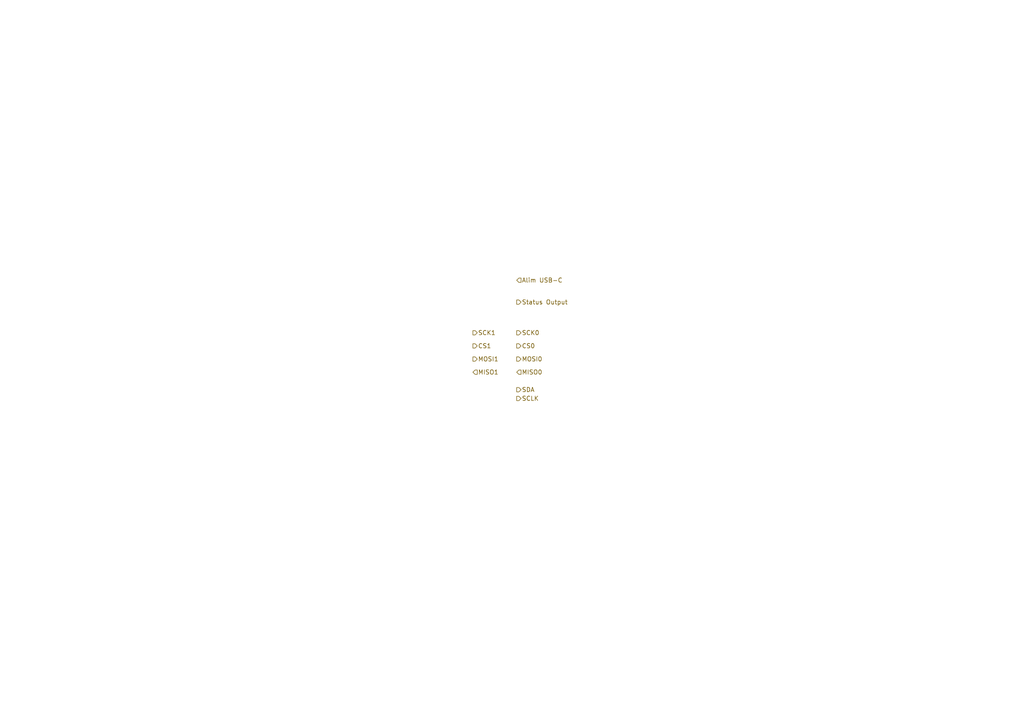
<source format=kicad_sch>
(kicad_sch
	(version 20231120)
	(generator "eeschema")
	(generator_version "8.0")
	(uuid "b3b84284-6e1e-4d1a-91e0-fa35139fda03")
	(paper "A4")
	(lib_symbols)
	(hierarchical_label "MISO1"
		(shape input)
		(at 137.16 107.95 0)
		(fields_autoplaced yes)
		(effects
			(font
				(size 1.27 1.27)
			)
			(justify left)
		)
		(uuid "05df7c03-7063-4d69-8f8f-085be5d01843")
	)
	(hierarchical_label "SCK0"
		(shape output)
		(at 149.86 96.52 0)
		(fields_autoplaced yes)
		(effects
			(font
				(size 1.27 1.27)
			)
			(justify left)
		)
		(uuid "0d737178-fd26-42ed-a9f6-81831a351dd3")
	)
	(hierarchical_label "SDA"
		(shape output)
		(at 149.86 113.03 0)
		(fields_autoplaced yes)
		(effects
			(font
				(size 1.27 1.27)
			)
			(justify left)
		)
		(uuid "26d0ea5e-f6b3-4c33-93bf-a228b7301873")
	)
	(hierarchical_label "CS0"
		(shape output)
		(at 149.86 100.33 0)
		(fields_autoplaced yes)
		(effects
			(font
				(size 1.27 1.27)
			)
			(justify left)
		)
		(uuid "3dc4304d-dc2a-474c-87af-26a769622c5c")
	)
	(hierarchical_label "SCLK"
		(shape output)
		(at 149.86 115.57 0)
		(fields_autoplaced yes)
		(effects
			(font
				(size 1.27 1.27)
			)
			(justify left)
		)
		(uuid "4bd75c10-163a-41a1-b021-16dab2437210")
	)
	(hierarchical_label "SCK1"
		(shape output)
		(at 137.16 96.52 0)
		(fields_autoplaced yes)
		(effects
			(font
				(size 1.27 1.27)
			)
			(justify left)
		)
		(uuid "58bc08ce-7eb1-47cf-aa30-0d892eb45d82")
	)
	(hierarchical_label "Status Output"
		(shape output)
		(at 149.86 87.63 0)
		(fields_autoplaced yes)
		(effects
			(font
				(size 1.27 1.27)
			)
			(justify left)
		)
		(uuid "5d39737d-7216-4695-9dca-d2e20c665a62")
	)
	(hierarchical_label "CS1"
		(shape output)
		(at 137.16 100.33 0)
		(fields_autoplaced yes)
		(effects
			(font
				(size 1.27 1.27)
			)
			(justify left)
		)
		(uuid "7c7ef929-0472-404c-baac-d2368fb6ece0")
	)
	(hierarchical_label "MOSI1"
		(shape output)
		(at 137.16 104.14 0)
		(fields_autoplaced yes)
		(effects
			(font
				(size 1.27 1.27)
			)
			(justify left)
		)
		(uuid "8183a133-58eb-4798-b550-22c402688548")
	)
	(hierarchical_label "MISO0"
		(shape input)
		(at 149.86 107.95 0)
		(fields_autoplaced yes)
		(effects
			(font
				(size 1.27 1.27)
			)
			(justify left)
		)
		(uuid "82189777-2b3f-4aef-b9b1-ba543e63275f")
	)
	(hierarchical_label "Alim USB-C"
		(shape input)
		(at 149.86 81.28 0)
		(fields_autoplaced yes)
		(effects
			(font
				(size 1.27 1.27)
			)
			(justify left)
		)
		(uuid "9e778866-ddd9-4d26-9d8c-f626976b7bb3")
	)
	(hierarchical_label "MOSI0"
		(shape output)
		(at 149.86 104.14 0)
		(fields_autoplaced yes)
		(effects
			(font
				(size 1.27 1.27)
			)
			(justify left)
		)
		(uuid "b97dd017-492f-4aa3-b1c7-062c02009eae")
	)
)

</source>
